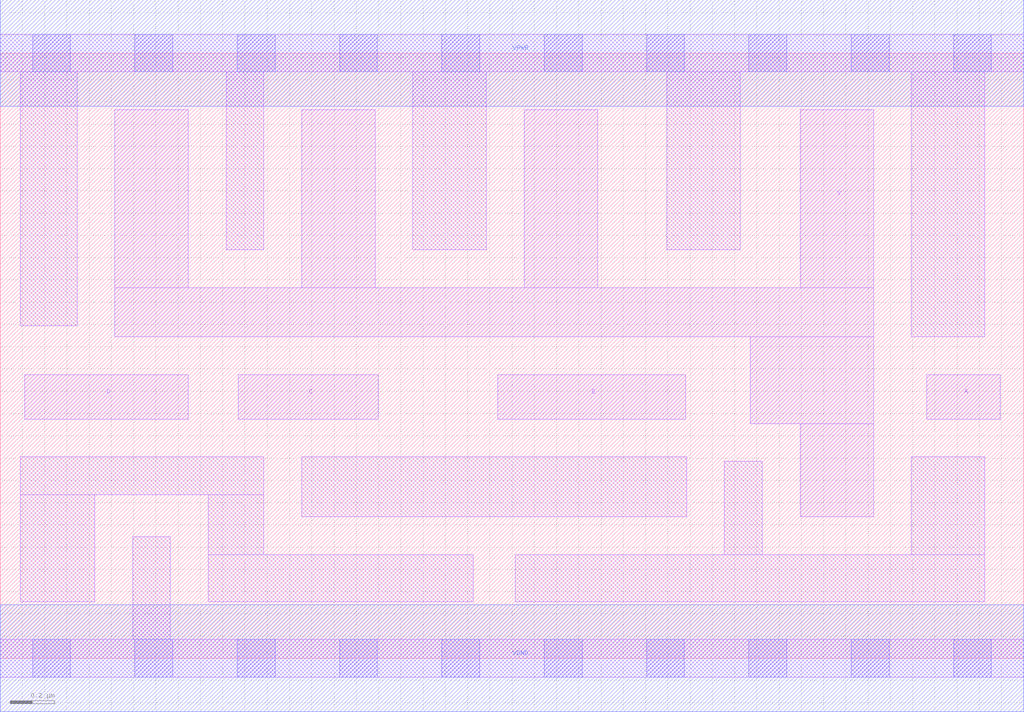
<source format=lef>
# Copyright 2020 The SkyWater PDK Authors
#
# Licensed under the Apache License, Version 2.0 (the "License");
# you may not use this file except in compliance with the License.
# You may obtain a copy of the License at
#
#     https://www.apache.org/licenses/LICENSE-2.0
#
# Unless required by applicable law or agreed to in writing, software
# distributed under the License is distributed on an "AS IS" BASIS,
# WITHOUT WARRANTIES OR CONDITIONS OF ANY KIND, either express or implied.
# See the License for the specific language governing permissions and
# limitations under the License.
#
# SPDX-License-Identifier: Apache-2.0

VERSION 5.7 ;
  NAMESCASESENSITIVE ON ;
  NOWIREEXTENSIONATPIN ON ;
  DIVIDERCHAR "/" ;
  BUSBITCHARS "[]" ;
UNITS
  DATABASE MICRONS 200 ;
END UNITS
MACRO sky130_fd_sc_hd__nand4_2
  CLASS CORE ;
  SOURCE USER ;
  FOREIGN sky130_fd_sc_hd__nand4_2 ;
  ORIGIN  0.000000  0.000000 ;
  SIZE  4.600000 BY  2.720000 ;
  SYMMETRY X Y R90 ;
  SITE unithd ;
  PIN A
    ANTENNAGATEAREA  0.495000 ;
    DIRECTION INPUT ;
    USE SIGNAL ;
    PORT
      LAYER li1 ;
        RECT 4.165000 1.075000 4.495000 1.275000 ;
    END
  END A
  PIN B
    ANTENNAGATEAREA  0.495000 ;
    DIRECTION INPUT ;
    USE SIGNAL ;
    PORT
      LAYER li1 ;
        RECT 2.235000 1.075000 3.080000 1.275000 ;
    END
  END B
  PIN C
    ANTENNAGATEAREA  0.495000 ;
    DIRECTION INPUT ;
    USE SIGNAL ;
    PORT
      LAYER li1 ;
        RECT 1.070000 1.075000 1.700000 1.275000 ;
    END
  END C
  PIN D
    ANTENNAGATEAREA  0.495000 ;
    DIRECTION INPUT ;
    USE SIGNAL ;
    PORT
      LAYER li1 ;
        RECT 0.110000 1.075000 0.845000 1.275000 ;
    END
  END D
  PIN Y
    ANTENNADIFFAREA  1.255500 ;
    DIRECTION OUTPUT ;
    USE SIGNAL ;
    PORT
      LAYER li1 ;
        RECT 0.515000 1.445000 3.925000 1.665000 ;
        RECT 0.515000 1.665000 0.845000 2.465000 ;
        RECT 1.355000 1.665000 1.685000 2.465000 ;
        RECT 2.355000 1.665000 2.685000 2.465000 ;
        RECT 3.370000 1.055000 3.925000 1.445000 ;
        RECT 3.595000 0.635000 3.925000 1.055000 ;
        RECT 3.595000 1.665000 3.925000 2.465000 ;
    END
  END Y
  PIN VGND
    DIRECTION INOUT ;
    SHAPE ABUTMENT ;
    USE GROUND ;
    PORT
      LAYER met1 ;
        RECT 0.000000 -0.240000 4.600000 0.240000 ;
    END
  END VGND
  PIN VPWR
    DIRECTION INOUT ;
    SHAPE ABUTMENT ;
    USE POWER ;
    PORT
      LAYER met1 ;
        RECT 0.000000 2.480000 4.600000 2.960000 ;
    END
  END VPWR
  OBS
    LAYER li1 ;
      RECT 0.000000 -0.085000 4.600000 0.085000 ;
      RECT 0.000000  2.635000 4.600000 2.805000 ;
      RECT 0.090000  0.255000 0.425000 0.735000 ;
      RECT 0.090000  0.735000 1.185000 0.905000 ;
      RECT 0.090000  1.495000 0.345000 2.635000 ;
      RECT 0.595000  0.085000 0.765000 0.545000 ;
      RECT 0.935000  0.255000 2.125000 0.465000 ;
      RECT 0.935000  0.465000 1.185000 0.735000 ;
      RECT 1.015000  1.835000 1.185000 2.635000 ;
      RECT 1.355000  0.635000 3.085000 0.905000 ;
      RECT 1.855000  1.835000 2.185000 2.635000 ;
      RECT 2.315000  0.255000 4.425000 0.465000 ;
      RECT 2.995000  1.835000 3.325000 2.635000 ;
      RECT 3.255000  0.465000 3.425000 0.885000 ;
      RECT 4.095000  0.465000 4.425000 0.905000 ;
      RECT 4.095000  1.445000 4.425000 2.635000 ;
    LAYER mcon ;
      RECT 0.145000 -0.085000 0.315000 0.085000 ;
      RECT 0.145000  2.635000 0.315000 2.805000 ;
      RECT 0.605000 -0.085000 0.775000 0.085000 ;
      RECT 0.605000  2.635000 0.775000 2.805000 ;
      RECT 1.065000 -0.085000 1.235000 0.085000 ;
      RECT 1.065000  2.635000 1.235000 2.805000 ;
      RECT 1.525000 -0.085000 1.695000 0.085000 ;
      RECT 1.525000  2.635000 1.695000 2.805000 ;
      RECT 1.985000 -0.085000 2.155000 0.085000 ;
      RECT 1.985000  2.635000 2.155000 2.805000 ;
      RECT 2.445000 -0.085000 2.615000 0.085000 ;
      RECT 2.445000  2.635000 2.615000 2.805000 ;
      RECT 2.905000 -0.085000 3.075000 0.085000 ;
      RECT 2.905000  2.635000 3.075000 2.805000 ;
      RECT 3.365000 -0.085000 3.535000 0.085000 ;
      RECT 3.365000  2.635000 3.535000 2.805000 ;
      RECT 3.825000 -0.085000 3.995000 0.085000 ;
      RECT 3.825000  2.635000 3.995000 2.805000 ;
      RECT 4.285000 -0.085000 4.455000 0.085000 ;
      RECT 4.285000  2.635000 4.455000 2.805000 ;
  END
END sky130_fd_sc_hd__nand4_2
END LIBRARY

</source>
